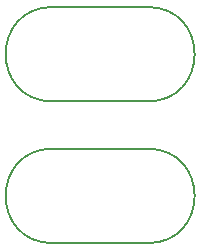
<source format=gm1>
G04 #@! TF.FileFunction,Profile,NP*
%FSLAX46Y46*%
G04 Gerber Fmt 4.6, Leading zero omitted, Abs format (unit mm)*
G04 Created by KiCad (PCBNEW 4.0.1-3.201512221402+6198~38~ubuntu14.04.1-stable) date Tue 01 Mar 2016 11:18:42 AM PST*
%MOMM*%
G01*
G04 APERTURE LIST*
%ADD10C,0.100000*%
%ADD11C,0.150000*%
G04 APERTURE END LIST*
D10*
D11*
X127500000Y-81500000D02*
G75*
G03X127500000Y-89500000I0J-4000000D01*
G01*
X135500000Y-89500000D02*
G75*
G03X135500000Y-81500000I0J4000000D01*
G01*
X135500000Y-81500000D02*
X127500000Y-81500000D01*
X127500000Y-89500000D02*
X135500000Y-89500000D01*
X127500000Y-93500000D02*
G75*
G03X127500000Y-101500000I0J-4000000D01*
G01*
X135500000Y-101500000D02*
G75*
G03X135500000Y-93500000I0J4000000D01*
G01*
X127500000Y-101500000D02*
X135500000Y-101500000D01*
X135500000Y-93500000D02*
X127500000Y-93500000D01*
M02*

</source>
